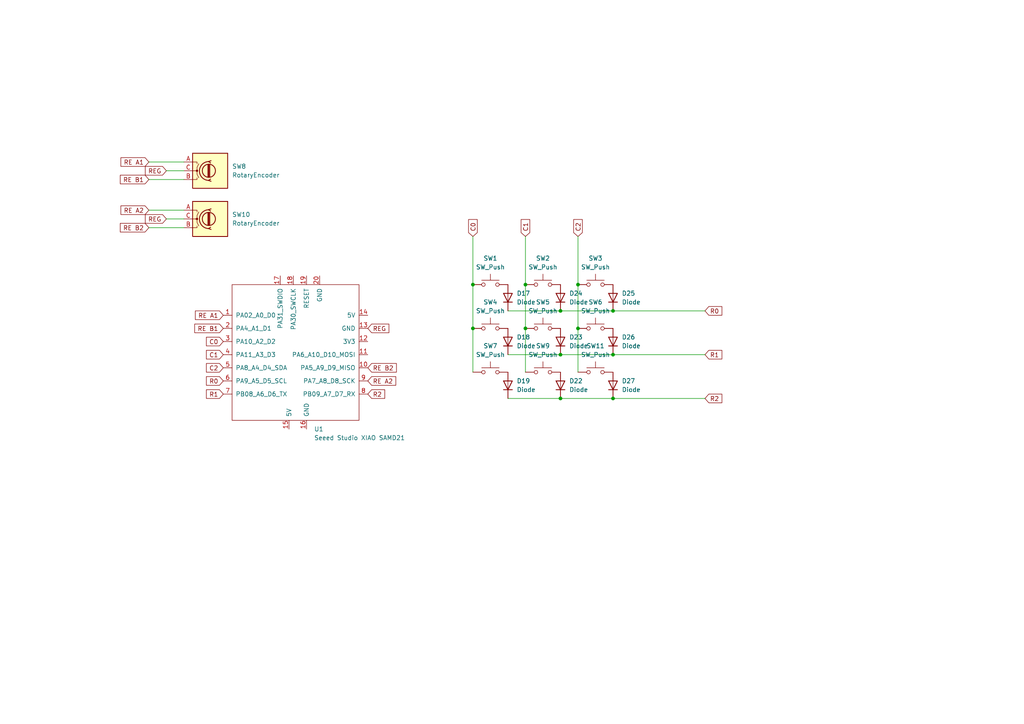
<source format=kicad_sch>
(kicad_sch
	(version 20231120)
	(generator "eeschema")
	(generator_version "8.0")
	(uuid "99feb919-1c04-4a1a-9aa3-28ebe2478862")
	(paper "A4")
	(lib_symbols
		(symbol "Device:RotaryEncoder"
			(pin_names
				(offset 0.254) hide)
			(exclude_from_sim no)
			(in_bom yes)
			(on_board yes)
			(property "Reference" "SW"
				(at 0 6.604 0)
				(effects
					(font
						(size 1.27 1.27)
					)
				)
			)
			(property "Value" "RotaryEncoder"
				(at 0 -6.604 0)
				(effects
					(font
						(size 1.27 1.27)
					)
				)
			)
			(property "Footprint" ""
				(at -3.81 4.064 0)
				(effects
					(font
						(size 1.27 1.27)
					)
					(hide yes)
				)
			)
			(property "Datasheet" "~"
				(at 0 6.604 0)
				(effects
					(font
						(size 1.27 1.27)
					)
					(hide yes)
				)
			)
			(property "Description" "Rotary encoder, dual channel, incremental quadrate outputs"
				(at 0 0 0)
				(effects
					(font
						(size 1.27 1.27)
					)
					(hide yes)
				)
			)
			(property "ki_keywords" "rotary switch encoder"
				(at 0 0 0)
				(effects
					(font
						(size 1.27 1.27)
					)
					(hide yes)
				)
			)
			(property "ki_fp_filters" "RotaryEncoder*"
				(at 0 0 0)
				(effects
					(font
						(size 1.27 1.27)
					)
					(hide yes)
				)
			)
			(symbol "RotaryEncoder_0_1"
				(rectangle
					(start -5.08 5.08)
					(end 5.08 -5.08)
					(stroke
						(width 0.254)
						(type default)
					)
					(fill
						(type background)
					)
				)
				(circle
					(center -3.81 0)
					(radius 0.254)
					(stroke
						(width 0)
						(type default)
					)
					(fill
						(type outline)
					)
				)
				(circle
					(center -0.381 0)
					(radius 1.905)
					(stroke
						(width 0.254)
						(type default)
					)
					(fill
						(type none)
					)
				)
				(arc
					(start -0.381 2.667)
					(mid -3.0988 -0.0635)
					(end -0.381 -2.794)
					(stroke
						(width 0.254)
						(type default)
					)
					(fill
						(type none)
					)
				)
				(polyline
					(pts
						(xy -0.635 -1.778) (xy -0.635 1.778)
					)
					(stroke
						(width 0.254)
						(type default)
					)
					(fill
						(type none)
					)
				)
				(polyline
					(pts
						(xy -0.381 -1.778) (xy -0.381 1.778)
					)
					(stroke
						(width 0.254)
						(type default)
					)
					(fill
						(type none)
					)
				)
				(polyline
					(pts
						(xy -0.127 1.778) (xy -0.127 -1.778)
					)
					(stroke
						(width 0.254)
						(type default)
					)
					(fill
						(type none)
					)
				)
				(polyline
					(pts
						(xy -5.08 -2.54) (xy -3.81 -2.54) (xy -3.81 -2.032)
					)
					(stroke
						(width 0)
						(type default)
					)
					(fill
						(type none)
					)
				)
				(polyline
					(pts
						(xy -5.08 2.54) (xy -3.81 2.54) (xy -3.81 2.032)
					)
					(stroke
						(width 0)
						(type default)
					)
					(fill
						(type none)
					)
				)
				(polyline
					(pts
						(xy 0.254 -3.048) (xy -0.508 -2.794) (xy 0.127 -2.413)
					)
					(stroke
						(width 0.254)
						(type default)
					)
					(fill
						(type none)
					)
				)
				(polyline
					(pts
						(xy 0.254 2.921) (xy -0.508 2.667) (xy 0.127 2.286)
					)
					(stroke
						(width 0.254)
						(type default)
					)
					(fill
						(type none)
					)
				)
				(polyline
					(pts
						(xy -5.08 0) (xy -3.81 0) (xy -3.81 -1.016) (xy -3.302 -2.032)
					)
					(stroke
						(width 0)
						(type default)
					)
					(fill
						(type none)
					)
				)
				(polyline
					(pts
						(xy -4.318 0) (xy -3.81 0) (xy -3.81 1.016) (xy -3.302 2.032)
					)
					(stroke
						(width 0)
						(type default)
					)
					(fill
						(type none)
					)
				)
			)
			(symbol "RotaryEncoder_1_1"
				(pin passive line
					(at -7.62 2.54 0)
					(length 2.54)
					(name "A"
						(effects
							(font
								(size 1.27 1.27)
							)
						)
					)
					(number "A"
						(effects
							(font
								(size 1.27 1.27)
							)
						)
					)
				)
				(pin passive line
					(at -7.62 -2.54 0)
					(length 2.54)
					(name "B"
						(effects
							(font
								(size 1.27 1.27)
							)
						)
					)
					(number "B"
						(effects
							(font
								(size 1.27 1.27)
							)
						)
					)
				)
				(pin passive line
					(at -7.62 0 0)
					(length 2.54)
					(name "C"
						(effects
							(font
								(size 1.27 1.27)
							)
						)
					)
					(number "C"
						(effects
							(font
								(size 1.27 1.27)
							)
						)
					)
				)
			)
		)
		(symbol "ScottoKeebs:Placeholder_Diode"
			(pin_numbers hide)
			(pin_names hide)
			(exclude_from_sim no)
			(in_bom yes)
			(on_board yes)
			(property "Reference" "D"
				(at 0 2.54 0)
				(effects
					(font
						(size 1.27 1.27)
					)
				)
			)
			(property "Value" "Diode"
				(at 0 -2.54 0)
				(effects
					(font
						(size 1.27 1.27)
					)
				)
			)
			(property "Footprint" ""
				(at 0 0 0)
				(effects
					(font
						(size 1.27 1.27)
					)
					(hide yes)
				)
			)
			(property "Datasheet" ""
				(at 0 0 0)
				(effects
					(font
						(size 1.27 1.27)
					)
					(hide yes)
				)
			)
			(property "Description" "1N4148 (DO-35) or 1N4148W (SOD-123)"
				(at 0 0 0)
				(effects
					(font
						(size 1.27 1.27)
					)
					(hide yes)
				)
			)
			(property "Sim.Device" "D"
				(at 0 0 0)
				(effects
					(font
						(size 1.27 1.27)
					)
					(hide yes)
				)
			)
			(property "Sim.Pins" "1=K 2=A"
				(at 0 0 0)
				(effects
					(font
						(size 1.27 1.27)
					)
					(hide yes)
				)
			)
			(property "ki_keywords" "diode"
				(at 0 0 0)
				(effects
					(font
						(size 1.27 1.27)
					)
					(hide yes)
				)
			)
			(property "ki_fp_filters" "D*DO?35*"
				(at 0 0 0)
				(effects
					(font
						(size 1.27 1.27)
					)
					(hide yes)
				)
			)
			(symbol "Placeholder_Diode_0_1"
				(polyline
					(pts
						(xy -1.27 1.27) (xy -1.27 -1.27)
					)
					(stroke
						(width 0.254)
						(type default)
					)
					(fill
						(type none)
					)
				)
				(polyline
					(pts
						(xy 1.27 0) (xy -1.27 0)
					)
					(stroke
						(width 0)
						(type default)
					)
					(fill
						(type none)
					)
				)
				(polyline
					(pts
						(xy 1.27 1.27) (xy 1.27 -1.27) (xy -1.27 0) (xy 1.27 1.27)
					)
					(stroke
						(width 0.254)
						(type default)
					)
					(fill
						(type none)
					)
				)
			)
			(symbol "Placeholder_Diode_1_1"
				(pin passive line
					(at -3.81 0 0)
					(length 2.54)
					(name "K"
						(effects
							(font
								(size 1.27 1.27)
							)
						)
					)
					(number "1"
						(effects
							(font
								(size 1.27 1.27)
							)
						)
					)
				)
				(pin passive line
					(at 3.81 0 180)
					(length 2.54)
					(name "A"
						(effects
							(font
								(size 1.27 1.27)
							)
						)
					)
					(number "2"
						(effects
							(font
								(size 1.27 1.27)
							)
						)
					)
				)
			)
		)
		(symbol "Seeed_Studio_XIAO_Series:Seeed Studio XIAO SAMD21"
			(pin_names
				(offset 1.016)
			)
			(exclude_from_sim no)
			(in_bom yes)
			(on_board yes)
			(property "Reference" "U"
				(at -19.05 22.86 0)
				(effects
					(font
						(size 1.27 1.27)
					)
				)
			)
			(property "Value" "Seeed Studio XIAO SAMD21"
				(at -12.7 21.59 0)
				(effects
					(font
						(size 1.27 1.27)
					)
				)
			)
			(property "Footprint" ""
				(at -8.89 5.08 0)
				(effects
					(font
						(size 1.27 1.27)
					)
					(hide yes)
				)
			)
			(property "Datasheet" ""
				(at -8.89 5.08 0)
				(effects
					(font
						(size 1.27 1.27)
					)
					(hide yes)
				)
			)
			(property "Description" ""
				(at 0 0 0)
				(effects
					(font
						(size 1.27 1.27)
					)
					(hide yes)
				)
			)
			(symbol "Seeed Studio XIAO SAMD21_0_1"
				(rectangle
					(start -19.05 20.32)
					(end 17.78 -19.05)
					(stroke
						(width 0)
						(type default)
					)
					(fill
						(type none)
					)
				)
			)
			(symbol "Seeed Studio XIAO SAMD21_1_1"
				(pin unspecified line
					(at -21.59 11.43 0)
					(length 2.54)
					(name "PA02_A0_D0"
						(effects
							(font
								(size 1.27 1.27)
							)
						)
					)
					(number "1"
						(effects
							(font
								(size 1.27 1.27)
							)
						)
					)
				)
				(pin unspecified line
					(at 20.32 -3.81 180)
					(length 2.54)
					(name "PA5_A9_D9_MISO"
						(effects
							(font
								(size 1.27 1.27)
							)
						)
					)
					(number "10"
						(effects
							(font
								(size 1.27 1.27)
							)
						)
					)
				)
				(pin unspecified line
					(at 20.32 0 180)
					(length 2.54)
					(name "PA6_A10_D10_MOSI"
						(effects
							(font
								(size 1.27 1.27)
							)
						)
					)
					(number "11"
						(effects
							(font
								(size 1.27 1.27)
							)
						)
					)
				)
				(pin unspecified line
					(at 20.32 3.81 180)
					(length 2.54)
					(name "3V3"
						(effects
							(font
								(size 1.27 1.27)
							)
						)
					)
					(number "12"
						(effects
							(font
								(size 1.27 1.27)
							)
						)
					)
				)
				(pin unspecified line
					(at 20.32 7.62 180)
					(length 2.54)
					(name "GND"
						(effects
							(font
								(size 1.27 1.27)
							)
						)
					)
					(number "13"
						(effects
							(font
								(size 1.27 1.27)
							)
						)
					)
				)
				(pin unspecified line
					(at 20.32 11.43 180)
					(length 2.54)
					(name "5V"
						(effects
							(font
								(size 1.27 1.27)
							)
						)
					)
					(number "14"
						(effects
							(font
								(size 1.27 1.27)
							)
						)
					)
				)
				(pin input line
					(at -2.54 -21.59 90)
					(length 2.54)
					(name "5V"
						(effects
							(font
								(size 1.27 1.27)
							)
						)
					)
					(number "15"
						(effects
							(font
								(size 1.27 1.27)
							)
						)
					)
				)
				(pin input line
					(at 2.54 -21.59 90)
					(length 2.54)
					(name "GND"
						(effects
							(font
								(size 1.27 1.27)
							)
						)
					)
					(number "16"
						(effects
							(font
								(size 1.27 1.27)
							)
						)
					)
				)
				(pin input line
					(at -5.08 22.86 270)
					(length 2.54)
					(name "PA31_SWDIO"
						(effects
							(font
								(size 1.27 1.27)
							)
						)
					)
					(number "17"
						(effects
							(font
								(size 1.27 1.27)
							)
						)
					)
				)
				(pin input line
					(at -1.27 22.86 270)
					(length 2.54)
					(name "PA30_SWCLK"
						(effects
							(font
								(size 1.27 1.27)
							)
						)
					)
					(number "18"
						(effects
							(font
								(size 1.27 1.27)
							)
						)
					)
				)
				(pin input line
					(at 2.54 22.86 270)
					(length 2.54)
					(name "RESET"
						(effects
							(font
								(size 1.27 1.27)
							)
						)
					)
					(number "19"
						(effects
							(font
								(size 1.27 1.27)
							)
						)
					)
				)
				(pin unspecified line
					(at -21.59 7.62 0)
					(length 2.54)
					(name "PA4_A1_D1"
						(effects
							(font
								(size 1.27 1.27)
							)
						)
					)
					(number "2"
						(effects
							(font
								(size 1.27 1.27)
							)
						)
					)
				)
				(pin input line
					(at 6.35 22.86 270)
					(length 2.54)
					(name "GND"
						(effects
							(font
								(size 1.27 1.27)
							)
						)
					)
					(number "20"
						(effects
							(font
								(size 1.27 1.27)
							)
						)
					)
				)
				(pin unspecified line
					(at -21.59 3.81 0)
					(length 2.54)
					(name "PA10_A2_D2"
						(effects
							(font
								(size 1.27 1.27)
							)
						)
					)
					(number "3"
						(effects
							(font
								(size 1.27 1.27)
							)
						)
					)
				)
				(pin unspecified line
					(at -21.59 0 0)
					(length 2.54)
					(name "PA11_A3_D3"
						(effects
							(font
								(size 1.27 1.27)
							)
						)
					)
					(number "4"
						(effects
							(font
								(size 1.27 1.27)
							)
						)
					)
				)
				(pin unspecified line
					(at -21.59 -3.81 0)
					(length 2.54)
					(name "PA8_A4_D4_SDA"
						(effects
							(font
								(size 1.27 1.27)
							)
						)
					)
					(number "5"
						(effects
							(font
								(size 1.27 1.27)
							)
						)
					)
				)
				(pin unspecified line
					(at -21.59 -7.62 0)
					(length 2.54)
					(name "PA9_A5_D5_SCL"
						(effects
							(font
								(size 1.27 1.27)
							)
						)
					)
					(number "6"
						(effects
							(font
								(size 1.27 1.27)
							)
						)
					)
				)
				(pin unspecified line
					(at -21.59 -11.43 0)
					(length 2.54)
					(name "PB08_A6_D6_TX"
						(effects
							(font
								(size 1.27 1.27)
							)
						)
					)
					(number "7"
						(effects
							(font
								(size 1.27 1.27)
							)
						)
					)
				)
				(pin unspecified line
					(at 20.32 -11.43 180)
					(length 2.54)
					(name "PB09_A7_D7_RX"
						(effects
							(font
								(size 1.27 1.27)
							)
						)
					)
					(number "8"
						(effects
							(font
								(size 1.27 1.27)
							)
						)
					)
				)
				(pin unspecified line
					(at 20.32 -7.62 180)
					(length 2.54)
					(name "PA7_A8_D8_SCK"
						(effects
							(font
								(size 1.27 1.27)
							)
						)
					)
					(number "9"
						(effects
							(font
								(size 1.27 1.27)
							)
						)
					)
				)
			)
		)
		(symbol "Switch:SW_Push"
			(pin_numbers hide)
			(pin_names
				(offset 1.016) hide)
			(exclude_from_sim no)
			(in_bom yes)
			(on_board yes)
			(property "Reference" "SW"
				(at 1.27 2.54 0)
				(effects
					(font
						(size 1.27 1.27)
					)
					(justify left)
				)
			)
			(property "Value" "SW_Push"
				(at 0 -1.524 0)
				(effects
					(font
						(size 1.27 1.27)
					)
				)
			)
			(property "Footprint" ""
				(at 0 5.08 0)
				(effects
					(font
						(size 1.27 1.27)
					)
					(hide yes)
				)
			)
			(property "Datasheet" "~"
				(at 0 5.08 0)
				(effects
					(font
						(size 1.27 1.27)
					)
					(hide yes)
				)
			)
			(property "Description" "Push button switch, generic, two pins"
				(at 0 0 0)
				(effects
					(font
						(size 1.27 1.27)
					)
					(hide yes)
				)
			)
			(property "ki_keywords" "switch normally-open pushbutton push-button"
				(at 0 0 0)
				(effects
					(font
						(size 1.27 1.27)
					)
					(hide yes)
				)
			)
			(symbol "SW_Push_0_1"
				(circle
					(center -2.032 0)
					(radius 0.508)
					(stroke
						(width 0)
						(type default)
					)
					(fill
						(type none)
					)
				)
				(polyline
					(pts
						(xy 0 1.27) (xy 0 3.048)
					)
					(stroke
						(width 0)
						(type default)
					)
					(fill
						(type none)
					)
				)
				(polyline
					(pts
						(xy 2.54 1.27) (xy -2.54 1.27)
					)
					(stroke
						(width 0)
						(type default)
					)
					(fill
						(type none)
					)
				)
				(circle
					(center 2.032 0)
					(radius 0.508)
					(stroke
						(width 0)
						(type default)
					)
					(fill
						(type none)
					)
				)
				(pin passive line
					(at -5.08 0 0)
					(length 2.54)
					(name "1"
						(effects
							(font
								(size 1.27 1.27)
							)
						)
					)
					(number "1"
						(effects
							(font
								(size 1.27 1.27)
							)
						)
					)
				)
				(pin passive line
					(at 5.08 0 180)
					(length 2.54)
					(name "2"
						(effects
							(font
								(size 1.27 1.27)
							)
						)
					)
					(number "2"
						(effects
							(font
								(size 1.27 1.27)
							)
						)
					)
				)
			)
		)
	)
	(junction
		(at 177.8 90.17)
		(diameter 0)
		(color 0 0 0 0)
		(uuid "3067ca09-2a40-4dda-a2c4-91e8aaedca6f")
	)
	(junction
		(at 177.8 115.57)
		(diameter 0)
		(color 0 0 0 0)
		(uuid "55c8a376-a005-48fd-b74b-3f1ee6b506f0")
	)
	(junction
		(at 152.4 82.55)
		(diameter 0)
		(color 0 0 0 0)
		(uuid "5ae988c0-cce9-46d7-9a36-37a43a86e95b")
	)
	(junction
		(at 137.16 82.55)
		(diameter 0)
		(color 0 0 0 0)
		(uuid "5cffb6f7-ff0f-48be-8496-72184106ed1f")
	)
	(junction
		(at 137.16 95.25)
		(diameter 0)
		(color 0 0 0 0)
		(uuid "6f8b6977-a5c7-4f4a-a575-4ef6a8d92339")
	)
	(junction
		(at 167.64 95.25)
		(diameter 0)
		(color 0 0 0 0)
		(uuid "75f0ce98-adab-4b1a-8826-da1d28f1eca1")
	)
	(junction
		(at 177.8 102.87)
		(diameter 0)
		(color 0 0 0 0)
		(uuid "8b491ef8-a3bc-4e5a-8f1f-968f76ca6216")
	)
	(junction
		(at 162.56 90.17)
		(diameter 0)
		(color 0 0 0 0)
		(uuid "8fce310b-04ec-41b3-aee8-56dac8843a77")
	)
	(junction
		(at 162.56 115.57)
		(diameter 0)
		(color 0 0 0 0)
		(uuid "b8e319d5-1b02-4fa4-ad61-40090b1e7bb2")
	)
	(junction
		(at 162.56 102.87)
		(diameter 0)
		(color 0 0 0 0)
		(uuid "bf10fc3c-2c01-43de-945f-2e0619faee58")
	)
	(junction
		(at 152.4 95.25)
		(diameter 0)
		(color 0 0 0 0)
		(uuid "e3677b76-0503-4d83-9f95-002f7e5284a9")
	)
	(junction
		(at 167.64 82.55)
		(diameter 0)
		(color 0 0 0 0)
		(uuid "ffecc4cb-1cb2-408c-8d4b-2336fd2ed7b5")
	)
	(wire
		(pts
			(xy 152.4 82.55) (xy 152.4 95.25)
		)
		(stroke
			(width 0)
			(type default)
		)
		(uuid "17f6a788-db46-4a0a-b55f-c53a92ba7838")
	)
	(wire
		(pts
			(xy 137.16 82.55) (xy 137.16 95.25)
		)
		(stroke
			(width 0)
			(type default)
		)
		(uuid "1ab4666d-31f2-4a28-9e7e-0ff81f685955")
	)
	(wire
		(pts
			(xy 167.64 82.55) (xy 167.64 95.25)
		)
		(stroke
			(width 0)
			(type default)
		)
		(uuid "32444319-50f2-4949-a686-d20f761d28ac")
	)
	(wire
		(pts
			(xy 167.64 68.58) (xy 167.64 82.55)
		)
		(stroke
			(width 0)
			(type default)
		)
		(uuid "3bdd39f6-e991-42a0-8804-e221d0a3e2ee")
	)
	(wire
		(pts
			(xy 43.18 46.99) (xy 53.34 46.99)
		)
		(stroke
			(width 0)
			(type default)
		)
		(uuid "3ce8022e-dde4-4079-86d7-1740228fba7e")
	)
	(wire
		(pts
			(xy 43.18 60.96) (xy 53.34 60.96)
		)
		(stroke
			(width 0)
			(type default)
		)
		(uuid "6234d94f-5a4d-427b-8d13-c96a185e7bd5")
	)
	(wire
		(pts
			(xy 48.26 63.5) (xy 53.34 63.5)
		)
		(stroke
			(width 0)
			(type default)
		)
		(uuid "703bd215-fb15-462f-a2e3-b6fc1c4d6ee6")
	)
	(wire
		(pts
			(xy 162.56 102.87) (xy 177.8 102.87)
		)
		(stroke
			(width 0)
			(type default)
		)
		(uuid "73445163-534f-40a5-8c07-ce80edb844d2")
	)
	(wire
		(pts
			(xy 137.16 95.25) (xy 137.16 107.95)
		)
		(stroke
			(width 0)
			(type default)
		)
		(uuid "78775673-8e3d-40b1-8770-8e9e689653af")
	)
	(wire
		(pts
			(xy 147.32 102.87) (xy 162.56 102.87)
		)
		(stroke
			(width 0)
			(type default)
		)
		(uuid "7a0eb36b-f96f-43d4-b282-39707dcdb4f9")
	)
	(wire
		(pts
			(xy 152.4 95.25) (xy 152.4 107.95)
		)
		(stroke
			(width 0)
			(type default)
		)
		(uuid "a5020483-ec25-41e8-9abb-285a2ed7fe53")
	)
	(wire
		(pts
			(xy 177.8 115.57) (xy 204.47 115.57)
		)
		(stroke
			(width 0)
			(type default)
		)
		(uuid "a5a757c2-2bd5-47de-8d8c-3ff482ca01e5")
	)
	(wire
		(pts
			(xy 167.64 95.25) (xy 167.64 107.95)
		)
		(stroke
			(width 0)
			(type default)
		)
		(uuid "ab602c42-b5aa-43e8-be73-2e8a70b4086f")
	)
	(wire
		(pts
			(xy 162.56 90.17) (xy 177.8 90.17)
		)
		(stroke
			(width 0)
			(type default)
		)
		(uuid "b292e499-b17e-4a24-8711-1e11ca548f80")
	)
	(wire
		(pts
			(xy 152.4 68.58) (xy 152.4 82.55)
		)
		(stroke
			(width 0)
			(type default)
		)
		(uuid "b3a7fa14-1865-4683-bfa2-e95b7f13b9a3")
	)
	(wire
		(pts
			(xy 177.8 90.17) (xy 204.47 90.17)
		)
		(stroke
			(width 0)
			(type default)
		)
		(uuid "b4357bb1-2284-411a-9ef5-83d31e3ceae9")
	)
	(wire
		(pts
			(xy 162.56 115.57) (xy 177.8 115.57)
		)
		(stroke
			(width 0)
			(type default)
		)
		(uuid "bd76873e-7a65-494c-81a9-52d02251ec6d")
	)
	(wire
		(pts
			(xy 147.32 115.57) (xy 162.56 115.57)
		)
		(stroke
			(width 0)
			(type default)
		)
		(uuid "c3cc876f-6f12-4fc5-aee7-7d21a012c47e")
	)
	(wire
		(pts
			(xy 48.26 49.53) (xy 53.34 49.53)
		)
		(stroke
			(width 0)
			(type default)
		)
		(uuid "c69759c1-9ada-4803-a9ac-50c528103f82")
	)
	(wire
		(pts
			(xy 137.16 68.58) (xy 137.16 82.55)
		)
		(stroke
			(width 0)
			(type default)
		)
		(uuid "d1b3fb52-1d9d-4e74-9fcd-eb82e593ba63")
	)
	(wire
		(pts
			(xy 43.18 52.07) (xy 53.34 52.07)
		)
		(stroke
			(width 0)
			(type default)
		)
		(uuid "e0d9da57-0c5c-40d9-8d88-cc4f4c802b0c")
	)
	(wire
		(pts
			(xy 147.32 90.17) (xy 162.56 90.17)
		)
		(stroke
			(width 0)
			(type default)
		)
		(uuid "f47b9080-b93f-4b60-b5f7-fa60912c6d27")
	)
	(wire
		(pts
			(xy 177.8 102.87) (xy 204.47 102.87)
		)
		(stroke
			(width 0)
			(type default)
		)
		(uuid "f6a7bfee-0f0e-492d-b569-116630ee3b4d")
	)
	(wire
		(pts
			(xy 43.18 66.04) (xy 53.34 66.04)
		)
		(stroke
			(width 0)
			(type default)
		)
		(uuid "fc614e33-4cea-4980-8115-8824b5dce8e9")
	)
	(global_label "R1"
		(shape input)
		(at 204.47 102.87 0)
		(fields_autoplaced yes)
		(effects
			(font
				(size 1.27 1.27)
			)
			(justify left)
		)
		(uuid "0aacaaab-4286-497d-94a1-43d4db0f0c14")
		(property "Intersheetrefs" "${INTERSHEET_REFS}"
			(at 209.9347 102.87 0)
			(effects
				(font
					(size 1.27 1.27)
				)
				(justify left)
				(hide yes)
			)
		)
	)
	(global_label "C0"
		(shape input)
		(at 137.16 68.58 90)
		(fields_autoplaced yes)
		(effects
			(font
				(size 1.27 1.27)
			)
			(justify left)
		)
		(uuid "0ec0a615-76e3-452d-833c-fdc35e08cc31")
		(property "Intersheetrefs" "${INTERSHEET_REFS}"
			(at 137.16 63.1153 90)
			(effects
				(font
					(size 1.27 1.27)
				)
				(justify left)
				(hide yes)
			)
		)
	)
	(global_label "RE B2"
		(shape input)
		(at 106.68 106.68 0)
		(fields_autoplaced yes)
		(effects
			(font
				(size 1.27 1.27)
			)
			(justify left)
		)
		(uuid "1d478995-050e-4eac-9653-bfd5c440f420")
		(property "Intersheetrefs" "${INTERSHEET_REFS}"
			(at 115.5313 106.68 0)
			(effects
				(font
					(size 1.27 1.27)
				)
				(justify left)
				(hide yes)
			)
		)
	)
	(global_label "REG"
		(shape input)
		(at 106.68 95.25 0)
		(fields_autoplaced yes)
		(effects
			(font
				(size 1.27 1.27)
			)
			(justify left)
		)
		(uuid "29742f29-87e4-4cd1-8805-88a5c069d323")
		(property "Intersheetrefs" "${INTERSHEET_REFS}"
			(at 113.3542 95.25 0)
			(effects
				(font
					(size 1.27 1.27)
				)
				(justify left)
				(hide yes)
			)
		)
	)
	(global_label "REG"
		(shape input)
		(at 48.26 49.53 180)
		(fields_autoplaced yes)
		(effects
			(font
				(size 1.27 1.27)
			)
			(justify right)
		)
		(uuid "35d6cf6f-c00c-43af-9bf6-611970595845")
		(property "Intersheetrefs" "${INTERSHEET_REFS}"
			(at 41.5858 49.53 0)
			(effects
				(font
					(size 1.27 1.27)
				)
				(justify right)
				(hide yes)
			)
		)
	)
	(global_label "RE B1"
		(shape input)
		(at 64.77 95.25 180)
		(fields_autoplaced yes)
		(effects
			(font
				(size 1.27 1.27)
			)
			(justify right)
		)
		(uuid "483cce60-7434-490c-9e61-0784091e977e")
		(property "Intersheetrefs" "${INTERSHEET_REFS}"
			(at 55.9187 95.25 0)
			(effects
				(font
					(size 1.27 1.27)
				)
				(justify right)
				(hide yes)
			)
		)
	)
	(global_label "C2"
		(shape input)
		(at 64.77 106.68 180)
		(fields_autoplaced yes)
		(effects
			(font
				(size 1.27 1.27)
			)
			(justify right)
		)
		(uuid "4a93661f-eb9d-4b52-a4ab-48bf66abdd07")
		(property "Intersheetrefs" "${INTERSHEET_REFS}"
			(at 59.3053 106.68 0)
			(effects
				(font
					(size 1.27 1.27)
				)
				(justify right)
				(hide yes)
			)
		)
	)
	(global_label "RE A2"
		(shape input)
		(at 106.68 110.49 0)
		(fields_autoplaced yes)
		(effects
			(font
				(size 1.27 1.27)
			)
			(justify left)
		)
		(uuid "510a43da-750b-47fe-8603-906485f8ef59")
		(property "Intersheetrefs" "${INTERSHEET_REFS}"
			(at 115.3499 110.49 0)
			(effects
				(font
					(size 1.27 1.27)
				)
				(justify left)
				(hide yes)
			)
		)
	)
	(global_label "C0"
		(shape input)
		(at 64.77 99.06 180)
		(fields_autoplaced yes)
		(effects
			(font
				(size 1.27 1.27)
			)
			(justify right)
		)
		(uuid "59091c59-88fc-4b6e-aff2-44e9a99a5b41")
		(property "Intersheetrefs" "${INTERSHEET_REFS}"
			(at 59.3053 99.06 0)
			(effects
				(font
					(size 1.27 1.27)
				)
				(justify right)
				(hide yes)
			)
		)
	)
	(global_label "C1"
		(shape input)
		(at 152.4 68.58 90)
		(fields_autoplaced yes)
		(effects
			(font
				(size 1.27 1.27)
			)
			(justify left)
		)
		(uuid "64826c4c-bd93-4576-b6ae-af8c877ac1aa")
		(property "Intersheetrefs" "${INTERSHEET_REFS}"
			(at 152.4 63.1153 90)
			(effects
				(font
					(size 1.27 1.27)
				)
				(justify left)
				(hide yes)
			)
		)
	)
	(global_label "RE A1"
		(shape input)
		(at 64.77 91.44 180)
		(fields_autoplaced yes)
		(effects
			(font
				(size 1.27 1.27)
			)
			(justify right)
		)
		(uuid "69a9e134-bb93-46c5-80d6-0f73b3a65851")
		(property "Intersheetrefs" "${INTERSHEET_REFS}"
			(at 56.1001 91.44 0)
			(effects
				(font
					(size 1.27 1.27)
				)
				(justify right)
				(hide yes)
			)
		)
	)
	(global_label "RE A1"
		(shape input)
		(at 43.18 46.99 180)
		(fields_autoplaced yes)
		(effects
			(font
				(size 1.27 1.27)
			)
			(justify right)
		)
		(uuid "6b7b0e5c-2d1b-4acf-ad34-e67a44691f18")
		(property "Intersheetrefs" "${INTERSHEET_REFS}"
			(at 34.5101 46.99 0)
			(effects
				(font
					(size 1.27 1.27)
				)
				(justify right)
				(hide yes)
			)
		)
	)
	(global_label "C1"
		(shape input)
		(at 64.77 102.87 180)
		(fields_autoplaced yes)
		(effects
			(font
				(size 1.27 1.27)
			)
			(justify right)
		)
		(uuid "86526d40-095e-4829-b5bc-c4d2aa31a056")
		(property "Intersheetrefs" "${INTERSHEET_REFS}"
			(at 59.3053 102.87 0)
			(effects
				(font
					(size 1.27 1.27)
				)
				(justify right)
				(hide yes)
			)
		)
	)
	(global_label "RE B2"
		(shape input)
		(at 43.18 66.04 180)
		(fields_autoplaced yes)
		(effects
			(font
				(size 1.27 1.27)
			)
			(justify right)
		)
		(uuid "a83f692e-6582-4495-913a-63e660ad049b")
		(property "Intersheetrefs" "${INTERSHEET_REFS}"
			(at 34.3287 66.04 0)
			(effects
				(font
					(size 1.27 1.27)
				)
				(justify right)
				(hide yes)
			)
		)
	)
	(global_label "RE A2"
		(shape input)
		(at 43.18 60.96 180)
		(fields_autoplaced yes)
		(effects
			(font
				(size 1.27 1.27)
			)
			(justify right)
		)
		(uuid "b85ff2c5-718c-4bcb-a045-0a4b836c425d")
		(property "Intersheetrefs" "${INTERSHEET_REFS}"
			(at 34.5101 60.96 0)
			(effects
				(font
					(size 1.27 1.27)
				)
				(justify right)
				(hide yes)
			)
		)
	)
	(global_label "C2"
		(shape input)
		(at 167.64 68.58 90)
		(fields_autoplaced yes)
		(effects
			(font
				(size 1.27 1.27)
			)
			(justify left)
		)
		(uuid "bb4dafd6-a532-43c1-8637-e7bae2518255")
		(property "Intersheetrefs" "${INTERSHEET_REFS}"
			(at 167.64 63.1153 90)
			(effects
				(font
					(size 1.27 1.27)
				)
				(justify left)
				(hide yes)
			)
		)
	)
	(global_label "R2"
		(shape input)
		(at 106.68 114.3 0)
		(fields_autoplaced yes)
		(effects
			(font
				(size 1.27 1.27)
			)
			(justify left)
		)
		(uuid "c77e50cb-185a-4ffa-a5b5-53fb97dcae7b")
		(property "Intersheetrefs" "${INTERSHEET_REFS}"
			(at 112.1447 114.3 0)
			(effects
				(font
					(size 1.27 1.27)
				)
				(justify left)
				(hide yes)
			)
		)
	)
	(global_label "R1"
		(shape input)
		(at 64.77 114.3 180)
		(fields_autoplaced yes)
		(effects
			(font
				(size 1.27 1.27)
			)
			(justify right)
		)
		(uuid "ce14e4f0-e542-4c13-b27e-f6478019541b")
		(property "Intersheetrefs" "${INTERSHEET_REFS}"
			(at 59.3053 114.3 0)
			(effects
				(font
					(size 1.27 1.27)
				)
				(justify right)
				(hide yes)
			)
		)
	)
	(global_label "R0"
		(shape input)
		(at 204.47 90.17 0)
		(fields_autoplaced yes)
		(effects
			(font
				(size 1.27 1.27)
			)
			(justify left)
		)
		(uuid "d58dd513-9c51-4517-8823-27d854236fcd")
		(property "Intersheetrefs" "${INTERSHEET_REFS}"
			(at 209.9347 90.17 0)
			(effects
				(font
					(size 1.27 1.27)
				)
				(justify left)
				(hide yes)
			)
		)
	)
	(global_label "REG"
		(shape input)
		(at 48.26 63.5 180)
		(fields_autoplaced yes)
		(effects
			(font
				(size 1.27 1.27)
			)
			(justify right)
		)
		(uuid "e5e60470-5547-4a33-9b45-28c4b4e5fe32")
		(property "Intersheetrefs" "${INTERSHEET_REFS}"
			(at 41.5858 63.5 0)
			(effects
				(font
					(size 1.27 1.27)
				)
				(justify right)
				(hide yes)
			)
		)
	)
	(global_label "R0"
		(shape input)
		(at 64.77 110.49 180)
		(fields_autoplaced yes)
		(effects
			(font
				(size 1.27 1.27)
			)
			(justify right)
		)
		(uuid "ea2001aa-26e9-43bc-80d7-555f1ddb56b4")
		(property "Intersheetrefs" "${INTERSHEET_REFS}"
			(at 59.3053 110.49 0)
			(effects
				(font
					(size 1.27 1.27)
				)
				(justify right)
				(hide yes)
			)
		)
	)
	(global_label "RE B1"
		(shape input)
		(at 43.18 52.07 180)
		(fields_autoplaced yes)
		(effects
			(font
				(size 1.27 1.27)
			)
			(justify right)
		)
		(uuid "f362ee21-7dfc-4611-ab09-6b7a9ed3bf97")
		(property "Intersheetrefs" "${INTERSHEET_REFS}"
			(at 34.3287 52.07 0)
			(effects
				(font
					(size 1.27 1.27)
				)
				(justify right)
				(hide yes)
			)
		)
	)
	(global_label "R2"
		(shape input)
		(at 204.47 115.57 0)
		(fields_autoplaced yes)
		(effects
			(font
				(size 1.27 1.27)
			)
			(justify left)
		)
		(uuid "fb187a7a-c11c-46e0-ad8d-e93c6fc8d2c6")
		(property "Intersheetrefs" "${INTERSHEET_REFS}"
			(at 209.9347 115.57 0)
			(effects
				(font
					(size 1.27 1.27)
				)
				(justify left)
				(hide yes)
			)
		)
	)
	(symbol
		(lib_id "Device:RotaryEncoder")
		(at 60.96 49.53 0)
		(unit 1)
		(exclude_from_sim no)
		(in_bom yes)
		(on_board yes)
		(dnp no)
		(fields_autoplaced yes)
		(uuid "09c37bf3-fbda-40a7-9fbe-4bbd5b7855e4")
		(property "Reference" "SW8"
			(at 67.31 48.2599 0)
			(effects
				(font
					(size 1.27 1.27)
				)
				(justify left)
			)
		)
		(property "Value" "RotaryEncoder"
			(at 67.31 50.7999 0)
			(effects
				(font
					(size 1.27 1.27)
				)
				(justify left)
			)
		)
		(property "Footprint" "Rotary_Encoder:RotaryEncoder_Alps_EC11E_Vertical_H20mm"
			(at 57.15 45.466 0)
			(effects
				(font
					(size 1.27 1.27)
				)
				(hide yes)
			)
		)
		(property "Datasheet" "~"
			(at 60.96 42.926 0)
			(effects
				(font
					(size 1.27 1.27)
				)
				(hide yes)
			)
		)
		(property "Description" "Rotary encoder, dual channel, incremental quadrate outputs"
			(at 60.96 49.53 0)
			(effects
				(font
					(size 1.27 1.27)
				)
				(hide yes)
			)
		)
		(pin "A"
			(uuid "81dfb967-be2c-44e5-903f-d8e11b91e0b8")
		)
		(pin "B"
			(uuid "716e843a-f738-4510-82a5-55aa74888322")
		)
		(pin "C"
			(uuid "7702dd49-5ef1-4ce8-8042-49d0ff2c2fe6")
		)
		(instances
			(project ""
				(path "/99feb919-1c04-4a1a-9aa3-28ebe2478862"
					(reference "SW8")
					(unit 1)
				)
			)
		)
	)
	(symbol
		(lib_id "Switch:SW_Push")
		(at 142.24 82.55 0)
		(unit 1)
		(exclude_from_sim no)
		(in_bom yes)
		(on_board yes)
		(dnp no)
		(fields_autoplaced yes)
		(uuid "16a6ccb9-d469-4773-abb4-a408e2732973")
		(property "Reference" "SW1"
			(at 142.24 74.93 0)
			(effects
				(font
					(size 1.27 1.27)
				)
			)
		)
		(property "Value" "SW_Push"
			(at 142.24 77.47 0)
			(effects
				(font
					(size 1.27 1.27)
				)
			)
		)
		(property "Footprint" "Button_Switch_Keyboard:SW_Cherry_MX_1.00u_PCB"
			(at 142.24 77.47 0)
			(effects
				(font
					(size 1.27 1.27)
				)
				(hide yes)
			)
		)
		(property "Datasheet" "~"
			(at 142.24 77.47 0)
			(effects
				(font
					(size 1.27 1.27)
				)
				(hide yes)
			)
		)
		(property "Description" "Push button switch, generic, two pins"
			(at 142.24 82.55 0)
			(effects
				(font
					(size 1.27 1.27)
				)
				(hide yes)
			)
		)
		(pin "2"
			(uuid "682530e5-276c-4938-9335-c59035feecd9")
		)
		(pin "1"
			(uuid "c678440e-5400-4f17-91cf-16f9e19e4426")
		)
		(instances
			(project ""
				(path "/99feb919-1c04-4a1a-9aa3-28ebe2478862"
					(reference "SW1")
					(unit 1)
				)
			)
		)
	)
	(symbol
		(lib_id "ScottoKeebs:Placeholder_Diode")
		(at 177.8 86.36 90)
		(unit 1)
		(exclude_from_sim no)
		(in_bom yes)
		(on_board yes)
		(dnp no)
		(fields_autoplaced yes)
		(uuid "207c6912-43b5-4ed8-ae23-308fa56639d4")
		(property "Reference" "D25"
			(at 180.34 85.0899 90)
			(effects
				(font
					(size 1.27 1.27)
				)
				(justify right)
			)
		)
		(property "Value" "Diode"
			(at 180.34 87.6299 90)
			(effects
				(font
					(size 1.27 1.27)
				)
				(justify right)
			)
		)
		(property "Footprint" "Diode_THT:D_DO-35_SOD27_P12.70mm_Horizontal"
			(at 177.8 86.36 0)
			(effects
				(font
					(size 1.27 1.27)
				)
				(hide yes)
			)
		)
		(property "Datasheet" ""
			(at 177.8 86.36 0)
			(effects
				(font
					(size 1.27 1.27)
				)
				(hide yes)
			)
		)
		(property "Description" "1N4148 (DO-35) or 1N4148W (SOD-123)"
			(at 177.8 86.36 0)
			(effects
				(font
					(size 1.27 1.27)
				)
				(hide yes)
			)
		)
		(property "Sim.Device" "D"
			(at 177.8 86.36 0)
			(effects
				(font
					(size 1.27 1.27)
				)
				(hide yes)
			)
		)
		(property "Sim.Pins" "1=K 2=A"
			(at 177.8 86.36 0)
			(effects
				(font
					(size 1.27 1.27)
				)
				(hide yes)
			)
		)
		(pin "1"
			(uuid "5e24b6e0-a6fe-4fe7-9a7a-2106df0ad544")
		)
		(pin "2"
			(uuid "b9817a80-37fb-4656-9f57-a5e9b743c1f5")
		)
		(instances
			(project "MacroPad for Hackclub"
				(path "/99feb919-1c04-4a1a-9aa3-28ebe2478862"
					(reference "D25")
					(unit 1)
				)
			)
		)
	)
	(symbol
		(lib_id "ScottoKeebs:Placeholder_Diode")
		(at 147.32 111.76 90)
		(unit 1)
		(exclude_from_sim no)
		(in_bom yes)
		(on_board yes)
		(dnp no)
		(fields_autoplaced yes)
		(uuid "43272209-d006-4af3-9a23-bbc38bf02295")
		(property "Reference" "D19"
			(at 149.86 110.4899 90)
			(effects
				(font
					(size 1.27 1.27)
				)
				(justify right)
			)
		)
		(property "Value" "Diode"
			(at 149.86 113.0299 90)
			(effects
				(font
					(size 1.27 1.27)
				)
				(justify right)
			)
		)
		(property "Footprint" "Diode_THT:D_DO-35_SOD27_P12.70mm_Horizontal"
			(at 147.32 111.76 0)
			(effects
				(font
					(size 1.27 1.27)
				)
				(hide yes)
			)
		)
		(property "Datasheet" ""
			(at 147.32 111.76 0)
			(effects
				(font
					(size 1.27 1.27)
				)
				(hide yes)
			)
		)
		(property "Description" "1N4148 (DO-35) or 1N4148W (SOD-123)"
			(at 147.32 111.76 0)
			(effects
				(font
					(size 1.27 1.27)
				)
				(hide yes)
			)
		)
		(property "Sim.Device" "D"
			(at 147.32 111.76 0)
			(effects
				(font
					(size 1.27 1.27)
				)
				(hide yes)
			)
		)
		(property "Sim.Pins" "1=K 2=A"
			(at 147.32 111.76 0)
			(effects
				(font
					(size 1.27 1.27)
				)
				(hide yes)
			)
		)
		(pin "1"
			(uuid "34cb79cf-1c94-46f4-a00e-300792e2087e")
		)
		(pin "2"
			(uuid "4dc08e2f-4ea9-4a46-9cb1-e5cab27cf2fe")
		)
		(instances
			(project "MacroPad for Hackclub"
				(path "/99feb919-1c04-4a1a-9aa3-28ebe2478862"
					(reference "D19")
					(unit 1)
				)
			)
		)
	)
	(symbol
		(lib_id "Seeed_Studio_XIAO_Series:Seeed Studio XIAO SAMD21")
		(at 86.36 102.87 0)
		(unit 1)
		(exclude_from_sim no)
		(in_bom yes)
		(on_board yes)
		(dnp no)
		(fields_autoplaced yes)
		(uuid "55045d3d-8660-47c9-8ee9-ceba45077d50")
		(property "Reference" "U1"
			(at 91.0941 124.46 0)
			(effects
				(font
					(size 1.27 1.27)
				)
				(justify left)
			)
		)
		(property "Value" "Seeed Studio XIAO SAMD21"
			(at 91.0941 127 0)
			(effects
				(font
					(size 1.27 1.27)
				)
				(justify left)
			)
		)
		(property "Footprint" "symbols:XIAO-Generic-Thruhole-14P-2.54-21X17.8MM"
			(at 77.47 97.79 0)
			(effects
				(font
					(size 1.27 1.27)
				)
				(hide yes)
			)
		)
		(property "Datasheet" ""
			(at 77.47 97.79 0)
			(effects
				(font
					(size 1.27 1.27)
				)
				(hide yes)
			)
		)
		(property "Description" ""
			(at 86.36 102.87 0)
			(effects
				(font
					(size 1.27 1.27)
				)
				(hide yes)
			)
		)
		(pin "19"
			(uuid "8de9bc0d-7ab3-4bd2-bf93-8bb20a99c15a")
		)
		(pin "13"
			(uuid "4c4c050e-f249-4f60-82af-a2285550d2ed")
		)
		(pin "10"
			(uuid "0a12fcd4-9935-4993-9bad-481f08938558")
		)
		(pin "16"
			(uuid "21977ca9-295c-46e7-92d8-90e7eec80f01")
		)
		(pin "15"
			(uuid "5353a17a-bb80-4454-b4ce-0af422dde5c3")
		)
		(pin "7"
			(uuid "bd98b798-ecc0-4f79-9753-7e952e238f07")
		)
		(pin "2"
			(uuid "59b6b9d8-adc5-4620-89cb-b62e487fac94")
		)
		(pin "3"
			(uuid "fc32a1af-1083-4112-a3da-38acbafa62a0")
		)
		(pin "17"
			(uuid "b8a8f876-2cf6-4995-8b1d-783ac252c39f")
		)
		(pin "4"
			(uuid "17ea54c2-ac69-4430-a20f-72b508e4eb46")
		)
		(pin "12"
			(uuid "a975a153-be87-40a0-b22d-15fb32aeb62a")
		)
		(pin "6"
			(uuid "7e2eac57-ead4-4a52-a568-48fee855c41d")
		)
		(pin "20"
			(uuid "1c4459d9-4525-47cd-abaf-ad06088d773a")
		)
		(pin "9"
			(uuid "d3f0225c-0877-4edc-8648-c2cb42a3dff3")
		)
		(pin "8"
			(uuid "78bc434e-e917-4813-bfb8-b5cf09cdf33f")
		)
		(pin "1"
			(uuid "94562c08-b0ac-4da3-868e-4bcbb6b7f4c3")
		)
		(pin "18"
			(uuid "9fe74221-1828-4b5b-b458-3c8cbc535b9b")
		)
		(pin "5"
			(uuid "ef5699ad-96a0-4c79-a878-a3b720490d9d")
		)
		(pin "14"
			(uuid "618a8470-0b79-4675-af58-b9459c0bb7ce")
		)
		(pin "11"
			(uuid "8cc6f6c9-3a43-408a-84c4-7a36779c9991")
		)
		(instances
			(project ""
				(path "/99feb919-1c04-4a1a-9aa3-28ebe2478862"
					(reference "U1")
					(unit 1)
				)
			)
		)
	)
	(symbol
		(lib_id "Switch:SW_Push")
		(at 172.72 95.25 0)
		(unit 1)
		(exclude_from_sim no)
		(in_bom yes)
		(on_board yes)
		(dnp no)
		(fields_autoplaced yes)
		(uuid "5ab36a5c-f086-477f-b668-bc58b5bcb30d")
		(property "Reference" "SW6"
			(at 172.72 87.63 0)
			(effects
				(font
					(size 1.27 1.27)
				)
			)
		)
		(property "Value" "SW_Push"
			(at 172.72 90.17 0)
			(effects
				(font
					(size 1.27 1.27)
				)
			)
		)
		(property "Footprint" "Button_Switch_Keyboard:SW_Cherry_MX_1.00u_PCB"
			(at 172.72 90.17 0)
			(effects
				(font
					(size 1.27 1.27)
				)
				(hide yes)
			)
		)
		(property "Datasheet" "~"
			(at 172.72 90.17 0)
			(effects
				(font
					(size 1.27 1.27)
				)
				(hide yes)
			)
		)
		(property "Description" "Push button switch, generic, two pins"
			(at 172.72 95.25 0)
			(effects
				(font
					(size 1.27 1.27)
				)
				(hide yes)
			)
		)
		(pin "2"
			(uuid "f3a4ca6e-3275-400f-beb4-54493116478f")
		)
		(pin "1"
			(uuid "11de366d-e272-42d7-b361-de32a6b070f7")
		)
		(instances
			(project "MacroPad for Hackclub"
				(path "/99feb919-1c04-4a1a-9aa3-28ebe2478862"
					(reference "SW6")
					(unit 1)
				)
			)
		)
	)
	(symbol
		(lib_id "ScottoKeebs:Placeholder_Diode")
		(at 162.56 86.36 90)
		(unit 1)
		(exclude_from_sim no)
		(in_bom yes)
		(on_board yes)
		(dnp no)
		(fields_autoplaced yes)
		(uuid "610aaf3e-158f-4bc6-a7c2-2a9088784d3c")
		(property "Reference" "D24"
			(at 165.1 85.0899 90)
			(effects
				(font
					(size 1.27 1.27)
				)
				(justify right)
			)
		)
		(property "Value" "Diode"
			(at 165.1 87.6299 90)
			(effects
				(font
					(size 1.27 1.27)
				)
				(justify right)
			)
		)
		(property "Footprint" "Diode_THT:D_DO-35_SOD27_P12.70mm_Horizontal"
			(at 162.56 86.36 0)
			(effects
				(font
					(size 1.27 1.27)
				)
				(hide yes)
			)
		)
		(property "Datasheet" ""
			(at 162.56 86.36 0)
			(effects
				(font
					(size 1.27 1.27)
				)
				(hide yes)
			)
		)
		(property "Description" "1N4148 (DO-35) or 1N4148W (SOD-123)"
			(at 162.56 86.36 0)
			(effects
				(font
					(size 1.27 1.27)
				)
				(hide yes)
			)
		)
		(property "Sim.Device" "D"
			(at 162.56 86.36 0)
			(effects
				(font
					(size 1.27 1.27)
				)
				(hide yes)
			)
		)
		(property "Sim.Pins" "1=K 2=A"
			(at 162.56 86.36 0)
			(effects
				(font
					(size 1.27 1.27)
				)
				(hide yes)
			)
		)
		(pin "1"
			(uuid "8e2f251a-24bb-4320-b9a2-e4ac1a5a44aa")
		)
		(pin "2"
			(uuid "db915af4-3a53-4479-acd7-9aa28e54e889")
		)
		(instances
			(project "MacroPad for Hackclub"
				(path "/99feb919-1c04-4a1a-9aa3-28ebe2478862"
					(reference "D24")
					(unit 1)
				)
			)
		)
	)
	(symbol
		(lib_id "ScottoKeebs:Placeholder_Diode")
		(at 162.56 99.06 90)
		(unit 1)
		(exclude_from_sim no)
		(in_bom yes)
		(on_board yes)
		(dnp no)
		(fields_autoplaced yes)
		(uuid "8ad01b8b-fda1-4ea8-a04f-94da5e221943")
		(property "Reference" "D23"
			(at 165.1 97.7899 90)
			(effects
				(font
					(size 1.27 1.27)
				)
				(justify right)
			)
		)
		(property "Value" "Diode"
			(at 165.1 100.3299 90)
			(effects
				(font
					(size 1.27 1.27)
				)
				(justify right)
			)
		)
		(property "Footprint" "Diode_THT:D_DO-35_SOD27_P12.70mm_Horizontal"
			(at 162.56 99.06 0)
			(effects
				(font
					(size 1.27 1.27)
				)
				(hide yes)
			)
		)
		(property "Datasheet" ""
			(at 162.56 99.06 0)
			(effects
				(font
					(size 1.27 1.27)
				)
				(hide yes)
			)
		)
		(property "Description" "1N4148 (DO-35) or 1N4148W (SOD-123)"
			(at 162.56 99.06 0)
			(effects
				(font
					(size 1.27 1.27)
				)
				(hide yes)
			)
		)
		(property "Sim.Device" "D"
			(at 162.56 99.06 0)
			(effects
				(font
					(size 1.27 1.27)
				)
				(hide yes)
			)
		)
		(property "Sim.Pins" "1=K 2=A"
			(at 162.56 99.06 0)
			(effects
				(font
					(size 1.27 1.27)
				)
				(hide yes)
			)
		)
		(pin "1"
			(uuid "479dc263-a0ba-4399-95f7-999ae816d403")
		)
		(pin "2"
			(uuid "31244874-229b-4025-9e28-a2197a84a8a9")
		)
		(instances
			(project "MacroPad for Hackclub"
				(path "/99feb919-1c04-4a1a-9aa3-28ebe2478862"
					(reference "D23")
					(unit 1)
				)
			)
		)
	)
	(symbol
		(lib_id "Switch:SW_Push")
		(at 142.24 95.25 0)
		(unit 1)
		(exclude_from_sim no)
		(in_bom yes)
		(on_board yes)
		(dnp no)
		(fields_autoplaced yes)
		(uuid "96e6f96f-9e2e-4965-8b29-d20cb3b806c5")
		(property "Reference" "SW4"
			(at 142.24 87.63 0)
			(effects
				(font
					(size 1.27 1.27)
				)
			)
		)
		(property "Value" "SW_Push"
			(at 142.24 90.17 0)
			(effects
				(font
					(size 1.27 1.27)
				)
			)
		)
		(property "Footprint" "Button_Switch_Keyboard:SW_Cherry_MX_1.00u_PCB"
			(at 142.24 90.17 0)
			(effects
				(font
					(size 1.27 1.27)
				)
				(hide yes)
			)
		)
		(property "Datasheet" "~"
			(at 142.24 90.17 0)
			(effects
				(font
					(size 1.27 1.27)
				)
				(hide yes)
			)
		)
		(property "Description" "Push button switch, generic, two pins"
			(at 142.24 95.25 0)
			(effects
				(font
					(size 1.27 1.27)
				)
				(hide yes)
			)
		)
		(pin "2"
			(uuid "2adb0ca3-b48d-4364-98db-118e0711e628")
		)
		(pin "1"
			(uuid "dbc6db0e-2559-47da-9cbd-313f4a5cca5a")
		)
		(instances
			(project "MacroPad for Hackclub"
				(path "/99feb919-1c04-4a1a-9aa3-28ebe2478862"
					(reference "SW4")
					(unit 1)
				)
			)
		)
	)
	(symbol
		(lib_id "Switch:SW_Push")
		(at 157.48 107.95 0)
		(unit 1)
		(exclude_from_sim no)
		(in_bom yes)
		(on_board yes)
		(dnp no)
		(fields_autoplaced yes)
		(uuid "a08799d8-7cb2-4ec0-8b9b-7df58901fc88")
		(property "Reference" "SW9"
			(at 157.48 100.33 0)
			(effects
				(font
					(size 1.27 1.27)
				)
			)
		)
		(property "Value" "SW_Push"
			(at 157.48 102.87 0)
			(effects
				(font
					(size 1.27 1.27)
				)
			)
		)
		(property "Footprint" "Button_Switch_Keyboard:SW_Cherry_MX_1.00u_PCB"
			(at 157.48 102.87 0)
			(effects
				(font
					(size 1.27 1.27)
				)
				(hide yes)
			)
		)
		(property "Datasheet" "~"
			(at 157.48 102.87 0)
			(effects
				(font
					(size 1.27 1.27)
				)
				(hide yes)
			)
		)
		(property "Description" "Push button switch, generic, two pins"
			(at 157.48 107.95 0)
			(effects
				(font
					(size 1.27 1.27)
				)
				(hide yes)
			)
		)
		(pin "2"
			(uuid "42de27e2-e217-421e-b707-97ca1be9f080")
		)
		(pin "1"
			(uuid "89c9ee0c-a050-4363-ba2e-d32b8d95a57b")
		)
		(instances
			(project "MacroPad for Hackclub"
				(path "/99feb919-1c04-4a1a-9aa3-28ebe2478862"
					(reference "SW9")
					(unit 1)
				)
			)
		)
	)
	(symbol
		(lib_id "ScottoKeebs:Placeholder_Diode")
		(at 177.8 111.76 90)
		(unit 1)
		(exclude_from_sim no)
		(in_bom yes)
		(on_board yes)
		(dnp no)
		(fields_autoplaced yes)
		(uuid "a16d2042-194d-4689-acd5-15fdf02bb59f")
		(property "Reference" "D27"
			(at 180.34 110.4899 90)
			(effects
				(font
					(size 1.27 1.27)
				)
				(justify right)
			)
		)
		(property "Value" "Diode"
			(at 180.34 113.0299 90)
			(effects
				(font
					(size 1.27 1.27)
				)
				(justify right)
			)
		)
		(property "Footprint" "Diode_THT:D_DO-35_SOD27_P12.70mm_Horizontal"
			(at 177.8 111.76 0)
			(effects
				(font
					(size 1.27 1.27)
				)
				(hide yes)
			)
		)
		(property "Datasheet" ""
			(at 177.8 111.76 0)
			(effects
				(font
					(size 1.27 1.27)
				)
				(hide yes)
			)
		)
		(property "Description" "1N4148 (DO-35) or 1N4148W (SOD-123)"
			(at 177.8 111.76 0)
			(effects
				(font
					(size 1.27 1.27)
				)
				(hide yes)
			)
		)
		(property "Sim.Device" "D"
			(at 177.8 111.76 0)
			(effects
				(font
					(size 1.27 1.27)
				)
				(hide yes)
			)
		)
		(property "Sim.Pins" "1=K 2=A"
			(at 177.8 111.76 0)
			(effects
				(font
					(size 1.27 1.27)
				)
				(hide yes)
			)
		)
		(pin "1"
			(uuid "da8a1c19-8d8f-40fb-a087-3089cda15106")
		)
		(pin "2"
			(uuid "329622e3-7ee0-478f-b367-80ed8e6876d8")
		)
		(instances
			(project "MacroPad for Hackclub"
				(path "/99feb919-1c04-4a1a-9aa3-28ebe2478862"
					(reference "D27")
					(unit 1)
				)
			)
		)
	)
	(symbol
		(lib_id "Device:RotaryEncoder")
		(at 60.96 63.5 0)
		(unit 1)
		(exclude_from_sim no)
		(in_bom yes)
		(on_board yes)
		(dnp no)
		(fields_autoplaced yes)
		(uuid "a74f025d-ea30-498b-bc3f-5637ef93a575")
		(property "Reference" "SW10"
			(at 67.31 62.2299 0)
			(effects
				(font
					(size 1.27 1.27)
				)
				(justify left)
			)
		)
		(property "Value" "RotaryEncoder"
			(at 67.31 64.7699 0)
			(effects
				(font
					(size 1.27 1.27)
				)
				(justify left)
			)
		)
		(property "Footprint" "Rotary_Encoder:RotaryEncoder_Alps_EC11E_Vertical_H20mm"
			(at 57.15 59.436 0)
			(effects
				(font
					(size 1.27 1.27)
				)
				(hide yes)
			)
		)
		(property "Datasheet" "~"
			(at 60.96 56.896 0)
			(effects
				(font
					(size 1.27 1.27)
				)
				(hide yes)
			)
		)
		(property "Description" "Rotary encoder, dual channel, incremental quadrate outputs"
			(at 60.96 63.5 0)
			(effects
				(font
					(size 1.27 1.27)
				)
				(hide yes)
			)
		)
		(pin "C"
			(uuid "6e5aa2b3-17d5-4217-88fe-a1a31fdaf82a")
		)
		(pin "B"
			(uuid "cbba28a2-cb72-4ef3-b7f3-d52faa54d950")
		)
		(pin "A"
			(uuid "72e6ae79-42e8-4ada-a4bc-02ad9948202e")
		)
		(instances
			(project ""
				(path "/99feb919-1c04-4a1a-9aa3-28ebe2478862"
					(reference "SW10")
					(unit 1)
				)
			)
		)
	)
	(symbol
		(lib_id "ScottoKeebs:Placeholder_Diode")
		(at 162.56 111.76 90)
		(unit 1)
		(exclude_from_sim no)
		(in_bom yes)
		(on_board yes)
		(dnp no)
		(fields_autoplaced yes)
		(uuid "b1e6dba4-88dc-4ca3-bbec-925428cc8c61")
		(property "Reference" "D22"
			(at 165.1 110.4899 90)
			(effects
				(font
					(size 1.27 1.27)
				)
				(justify right)
			)
		)
		(property "Value" "Diode"
			(at 165.1 113.0299 90)
			(effects
				(font
					(size 1.27 1.27)
				)
				(justify right)
			)
		)
		(property "Footprint" "Diode_THT:D_DO-35_SOD27_P12.70mm_Horizontal"
			(at 162.56 111.76 0)
			(effects
				(font
					(size 1.27 1.27)
				)
				(hide yes)
			)
		)
		(property "Datasheet" ""
			(at 162.56 111.76 0)
			(effects
				(font
					(size 1.27 1.27)
				)
				(hide yes)
			)
		)
		(property "Description" "1N4148 (DO-35) or 1N4148W (SOD-123)"
			(at 162.56 111.76 0)
			(effects
				(font
					(size 1.27 1.27)
				)
				(hide yes)
			)
		)
		(property "Sim.Device" "D"
			(at 162.56 111.76 0)
			(effects
				(font
					(size 1.27 1.27)
				)
				(hide yes)
			)
		)
		(property "Sim.Pins" "1=K 2=A"
			(at 162.56 111.76 0)
			(effects
				(font
					(size 1.27 1.27)
				)
				(hide yes)
			)
		)
		(pin "1"
			(uuid "aa8c97c6-ada3-4984-b11e-c5ba57980966")
		)
		(pin "2"
			(uuid "e76781a6-985c-48e0-b3ca-95a070a24943")
		)
		(instances
			(project "MacroPad for Hackclub"
				(path "/99feb919-1c04-4a1a-9aa3-28ebe2478862"
					(reference "D22")
					(unit 1)
				)
			)
		)
	)
	(symbol
		(lib_id "Switch:SW_Push")
		(at 142.24 107.95 0)
		(unit 1)
		(exclude_from_sim no)
		(in_bom yes)
		(on_board yes)
		(dnp no)
		(fields_autoplaced yes)
		(uuid "bceb4e69-84bb-4801-94fa-a4684244d9f7")
		(property "Reference" "SW7"
			(at 142.24 100.33 0)
			(effects
				(font
					(size 1.27 1.27)
				)
			)
		)
		(property "Value" "SW_Push"
			(at 142.24 102.87 0)
			(effects
				(font
					(size 1.27 1.27)
				)
			)
		)
		(property "Footprint" "Button_Switch_Keyboard:SW_Cherry_MX_1.00u_PCB"
			(at 142.24 102.87 0)
			(effects
				(font
					(size 1.27 1.27)
				)
				(hide yes)
			)
		)
		(property "Datasheet" "~"
			(at 142.24 102.87 0)
			(effects
				(font
					(size 1.27 1.27)
				)
				(hide yes)
			)
		)
		(property "Description" "Push button switch, generic, two pins"
			(at 142.24 107.95 0)
			(effects
				(font
					(size 1.27 1.27)
				)
				(hide yes)
			)
		)
		(pin "2"
			(uuid "d44a875c-c4af-4755-9e7d-015914ee95e7")
		)
		(pin "1"
			(uuid "0364cf30-a6df-4c9b-856a-202feef5ace4")
		)
		(instances
			(project "MacroPad for Hackclub"
				(path "/99feb919-1c04-4a1a-9aa3-28ebe2478862"
					(reference "SW7")
					(unit 1)
				)
			)
		)
	)
	(symbol
		(lib_id "ScottoKeebs:Placeholder_Diode")
		(at 147.32 86.36 90)
		(unit 1)
		(exclude_from_sim no)
		(in_bom yes)
		(on_board yes)
		(dnp no)
		(fields_autoplaced yes)
		(uuid "bdb1422c-a7f7-4a32-8867-cbd899fa3dd7")
		(property "Reference" "D17"
			(at 149.86 85.0899 90)
			(effects
				(font
					(size 1.27 1.27)
				)
				(justify right)
			)
		)
		(property "Value" "Diode"
			(at 149.86 87.6299 90)
			(effects
				(font
					(size 1.27 1.27)
				)
				(justify right)
			)
		)
		(property "Footprint" "Diode_THT:D_DO-35_SOD27_P12.70mm_Horizontal"
			(at 147.32 86.36 0)
			(effects
				(font
					(size 1.27 1.27)
				)
				(hide yes)
			)
		)
		(property "Datasheet" ""
			(at 147.32 86.36 0)
			(effects
				(font
					(size 1.27 1.27)
				)
				(hide yes)
			)
		)
		(property "Description" "1N4148 (DO-35) or 1N4148W (SOD-123)"
			(at 147.32 86.36 0)
			(effects
				(font
					(size 1.27 1.27)
				)
				(hide yes)
			)
		)
		(property "Sim.Device" "D"
			(at 147.32 86.36 0)
			(effects
				(font
					(size 1.27 1.27)
				)
				(hide yes)
			)
		)
		(property "Sim.Pins" "1=K 2=A"
			(at 147.32 86.36 0)
			(effects
				(font
					(size 1.27 1.27)
				)
				(hide yes)
			)
		)
		(pin "1"
			(uuid "771931ed-7552-4960-ab92-028adf6abdfa")
		)
		(pin "2"
			(uuid "05ea6458-aed9-45e7-8ada-1cabfd1e9557")
		)
		(instances
			(project ""
				(path "/99feb919-1c04-4a1a-9aa3-28ebe2478862"
					(reference "D17")
					(unit 1)
				)
			)
		)
	)
	(symbol
		(lib_id "Switch:SW_Push")
		(at 172.72 82.55 0)
		(unit 1)
		(exclude_from_sim no)
		(in_bom yes)
		(on_board yes)
		(dnp no)
		(fields_autoplaced yes)
		(uuid "cf84b79f-ac9b-41ea-a73a-343ee98b1f94")
		(property "Reference" "SW3"
			(at 172.72 74.93 0)
			(effects
				(font
					(size 1.27 1.27)
				)
			)
		)
		(property "Value" "SW_Push"
			(at 172.72 77.47 0)
			(effects
				(font
					(size 1.27 1.27)
				)
			)
		)
		(property "Footprint" "Button_Switch_Keyboard:SW_Cherry_MX_1.00u_PCB"
			(at 172.72 77.47 0)
			(effects
				(font
					(size 1.27 1.27)
				)
				(hide yes)
			)
		)
		(property "Datasheet" "~"
			(at 172.72 77.47 0)
			(effects
				(font
					(size 1.27 1.27)
				)
				(hide yes)
			)
		)
		(property "Description" "Push button switch, generic, two pins"
			(at 172.72 82.55 0)
			(effects
				(font
					(size 1.27 1.27)
				)
				(hide yes)
			)
		)
		(pin "2"
			(uuid "5863a680-f0a1-43c0-9a22-05d67235c5e0")
		)
		(pin "1"
			(uuid "037e4367-d3f1-48af-96fd-0b626e7d3c01")
		)
		(instances
			(project "MacroPad for Hackclub"
				(path "/99feb919-1c04-4a1a-9aa3-28ebe2478862"
					(reference "SW3")
					(unit 1)
				)
			)
		)
	)
	(symbol
		(lib_id "ScottoKeebs:Placeholder_Diode")
		(at 147.32 99.06 90)
		(unit 1)
		(exclude_from_sim no)
		(in_bom yes)
		(on_board yes)
		(dnp no)
		(fields_autoplaced yes)
		(uuid "d8cefd19-ac34-4354-b3b5-5b07ea4d7e3b")
		(property "Reference" "D18"
			(at 149.86 97.7899 90)
			(effects
				(font
					(size 1.27 1.27)
				)
				(justify right)
			)
		)
		(property "Value" "Diode"
			(at 149.86 100.3299 90)
			(effects
				(font
					(size 1.27 1.27)
				)
				(justify right)
			)
		)
		(property "Footprint" "Diode_THT:D_DO-35_SOD27_P12.70mm_Horizontal"
			(at 147.32 99.06 0)
			(effects
				(font
					(size 1.27 1.27)
				)
				(hide yes)
			)
		)
		(property "Datasheet" ""
			(at 147.32 99.06 0)
			(effects
				(font
					(size 1.27 1.27)
				)
				(hide yes)
			)
		)
		(property "Description" "1N4148 (DO-35) or 1N4148W (SOD-123)"
			(at 147.32 99.06 0)
			(effects
				(font
					(size 1.27 1.27)
				)
				(hide yes)
			)
		)
		(property "Sim.Device" "D"
			(at 147.32 99.06 0)
			(effects
				(font
					(size 1.27 1.27)
				)
				(hide yes)
			)
		)
		(property "Sim.Pins" "1=K 2=A"
			(at 147.32 99.06 0)
			(effects
				(font
					(size 1.27 1.27)
				)
				(hide yes)
			)
		)
		(pin "1"
			(uuid "830233e6-0dc6-4edf-a728-5b3e9ce48181")
		)
		(pin "2"
			(uuid "7c608f9c-2c36-4586-8ad0-8b06a652cdbe")
		)
		(instances
			(project "MacroPad for Hackclub"
				(path "/99feb919-1c04-4a1a-9aa3-28ebe2478862"
					(reference "D18")
					(unit 1)
				)
			)
		)
	)
	(symbol
		(lib_id "ScottoKeebs:Placeholder_Diode")
		(at 177.8 99.06 90)
		(unit 1)
		(exclude_from_sim no)
		(in_bom yes)
		(on_board yes)
		(dnp no)
		(fields_autoplaced yes)
		(uuid "e08dc6c1-b75e-493b-b378-df50fe55254b")
		(property "Reference" "D26"
			(at 180.34 97.7899 90)
			(effects
				(font
					(size 1.27 1.27)
				)
				(justify right)
			)
		)
		(property "Value" "Diode"
			(at 180.34 100.3299 90)
			(effects
				(font
					(size 1.27 1.27)
				)
				(justify right)
			)
		)
		(property "Footprint" "Diode_THT:D_DO-35_SOD27_P12.70mm_Horizontal"
			(at 177.8 99.06 0)
			(effects
				(font
					(size 1.27 1.27)
				)
				(hide yes)
			)
		)
		(property "Datasheet" ""
			(at 177.8 99.06 0)
			(effects
				(font
					(size 1.27 1.27)
				)
				(hide yes)
			)
		)
		(property "Description" "1N4148 (DO-35) or 1N4148W (SOD-123)"
			(at 177.8 99.06 0)
			(effects
				(font
					(size 1.27 1.27)
				)
				(hide yes)
			)
		)
		(property "Sim.Device" "D"
			(at 177.8 99.06 0)
			(effects
				(font
					(size 1.27 1.27)
				)
				(hide yes)
			)
		)
		(property "Sim.Pins" "1=K 2=A"
			(at 177.8 99.06 0)
			(effects
				(font
					(size 1.27 1.27)
				)
				(hide yes)
			)
		)
		(pin "1"
			(uuid "eb414e07-35e3-444f-b334-f23f2800a7ff")
		)
		(pin "2"
			(uuid "585b096a-da16-49a2-8646-8fffa7a82089")
		)
		(instances
			(project "MacroPad for Hackclub"
				(path "/99feb919-1c04-4a1a-9aa3-28ebe2478862"
					(reference "D26")
					(unit 1)
				)
			)
		)
	)
	(symbol
		(lib_id "Switch:SW_Push")
		(at 172.72 107.95 0)
		(unit 1)
		(exclude_from_sim no)
		(in_bom yes)
		(on_board yes)
		(dnp no)
		(fields_autoplaced yes)
		(uuid "e8d342bb-1c19-4dc5-bb09-99711b4d5141")
		(property "Reference" "SW11"
			(at 172.72 100.33 0)
			(effects
				(font
					(size 1.27 1.27)
				)
			)
		)
		(property "Value" "SW_Push"
			(at 172.72 102.87 0)
			(effects
				(font
					(size 1.27 1.27)
				)
			)
		)
		(property "Footprint" "Button_Switch_Keyboard:SW_Cherry_MX_1.00u_PCB"
			(at 172.72 102.87 0)
			(effects
				(font
					(size 1.27 1.27)
				)
				(hide yes)
			)
		)
		(property "Datasheet" "~"
			(at 172.72 102.87 0)
			(effects
				(font
					(size 1.27 1.27)
				)
				(hide yes)
			)
		)
		(property "Description" "Push button switch, generic, two pins"
			(at 172.72 107.95 0)
			(effects
				(font
					(size 1.27 1.27)
				)
				(hide yes)
			)
		)
		(pin "2"
			(uuid "6d251d4e-dfe2-42ab-9437-c3fe58de4f96")
		)
		(pin "1"
			(uuid "366f89e7-d302-45eb-8ddb-3cc07319a57e")
		)
		(instances
			(project "MacroPad for Hackclub"
				(path "/99feb919-1c04-4a1a-9aa3-28ebe2478862"
					(reference "SW11")
					(unit 1)
				)
			)
		)
	)
	(symbol
		(lib_id "Switch:SW_Push")
		(at 157.48 95.25 0)
		(unit 1)
		(exclude_from_sim no)
		(in_bom yes)
		(on_board yes)
		(dnp no)
		(fields_autoplaced yes)
		(uuid "f863a756-1928-475a-b80c-36f10e45f796")
		(property "Reference" "SW5"
			(at 157.48 87.63 0)
			(effects
				(font
					(size 1.27 1.27)
				)
			)
		)
		(property "Value" "SW_Push"
			(at 157.48 90.17 0)
			(effects
				(font
					(size 1.27 1.27)
				)
			)
		)
		(property "Footprint" "Button_Switch_Keyboard:SW_Cherry_MX_1.00u_PCB"
			(at 157.48 90.17 0)
			(effects
				(font
					(size 1.27 1.27)
				)
				(hide yes)
			)
		)
		(property "Datasheet" "~"
			(at 157.48 90.17 0)
			(effects
				(font
					(size 1.27 1.27)
				)
				(hide yes)
			)
		)
		(property "Description" "Push button switch, generic, two pins"
			(at 157.48 95.25 0)
			(effects
				(font
					(size 1.27 1.27)
				)
				(hide yes)
			)
		)
		(pin "2"
			(uuid "b04f1996-688c-4e75-95f3-4a38a34d2acc")
		)
		(pin "1"
			(uuid "fa74f209-8ed2-4f76-be2d-a42c1659f070")
		)
		(instances
			(project "MacroPad for Hackclub"
				(path "/99feb919-1c04-4a1a-9aa3-28ebe2478862"
					(reference "SW5")
					(unit 1)
				)
			)
		)
	)
	(symbol
		(lib_id "Switch:SW_Push")
		(at 157.48 82.55 0)
		(unit 1)
		(exclude_from_sim no)
		(in_bom yes)
		(on_board yes)
		(dnp no)
		(fields_autoplaced yes)
		(uuid "fffc719c-ee46-4242-ad11-e952bf3e6095")
		(property "Reference" "SW2"
			(at 157.48 74.93 0)
			(effects
				(font
					(size 1.27 1.27)
				)
			)
		)
		(property "Value" "SW_Push"
			(at 157.48 77.47 0)
			(effects
				(font
					(size 1.27 1.27)
				)
			)
		)
		(property "Footprint" "Button_Switch_Keyboard:SW_Cherry_MX_1.00u_PCB"
			(at 157.48 77.47 0)
			(effects
				(font
					(size 1.27 1.27)
				)
				(hide yes)
			)
		)
		(property "Datasheet" "~"
			(at 157.48 77.47 0)
			(effects
				(font
					(size 1.27 1.27)
				)
				(hide yes)
			)
		)
		(property "Description" "Push button switch, generic, two pins"
			(at 157.48 82.55 0)
			(effects
				(font
					(size 1.27 1.27)
				)
				(hide yes)
			)
		)
		(pin "2"
			(uuid "5b0ee3b9-da1c-4d6c-8b0f-e389357235ec")
		)
		(pin "1"
			(uuid "5c7ac207-2198-446b-94f8-94dba0669ba2")
		)
		(instances
			(project "MacroPad for Hackclub"
				(path "/99feb919-1c04-4a1a-9aa3-28ebe2478862"
					(reference "SW2")
					(unit 1)
				)
			)
		)
	)
	(sheet_instances
		(path "/"
			(page "1")
		)
	)
)

</source>
